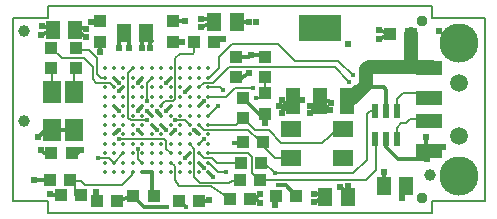
<source format=gbr>
%FSLAX25Y25*%
%MOIN*%
G04 EasyPC Gerber Version 18.0.8 Build 3632 *
%ADD72R,0.02362X0.04724*%
%ADD22R,0.03937X0.04331*%
%ADD19R,0.04134X0.04252*%
%ADD16R,0.04331X0.03937*%
%ADD20R,0.04800X0.08800*%
%ADD17R,0.05118X0.05906*%
%ADD27R,0.05906X0.07480*%
%ADD24R,0.08661X0.04724*%
%ADD21R,0.14173X0.08661*%
%ADD10C,0.00500*%
%ADD77C,0.00590*%
%ADD23R,0.04331X0.03937*%
%ADD18R,0.04252X0.04134*%
%ADD70R,0.03937X0.04331*%
%ADD76C,0.01200*%
%ADD71C,0.01378*%
%ADD75C,0.01600*%
%ADD73C,0.01772*%
%ADD74C,0.02400*%
%ADD79C,0.03740*%
%ADD29C,0.03937*%
%ADD78C,0.04724*%
%ADD26C,0.05918*%
%ADD25C,0.13055*%
%ADD28R,0.07087X0.05512*%
X0Y0D02*
D02*
D10*
X166667Y14305D02*
X38814D01*
Y18242*
X27003*
Y79462*
X38814*
Y83399*
X166667*
Y79462*
X184423*
Y18242*
X166667*
Y14305*
D02*
D16*
X43021Y20395D03*
X49714D03*
X99383Y19029D03*
X103911Y37927D03*
X106076Y19029D03*
X110604Y37927D03*
X152952Y74007D03*
X159645D03*
D02*
D17*
X40354Y75385D03*
X47834D03*
X64147Y74147D03*
X71628D03*
X94291Y77887D03*
X101771D03*
X131299Y19480D03*
X138779D03*
X150787Y23417D03*
X158267D03*
D02*
D18*
X56273Y71293D03*
Y78183D03*
X80486Y71293D03*
Y78183D03*
X101352Y59482D03*
Y66372D03*
X111194Y47474D03*
Y54364D03*
D02*
D19*
X39836Y34383D03*
X46726D03*
X54994Y18439D03*
X61883D03*
X82356D03*
X89246D03*
X114639Y20013D03*
X121529D03*
D02*
D70*
X103911Y45998D03*
Y52691D03*
D02*
D71*
X57651Y27887D03*
Y31037D03*
Y34187D03*
Y37336D03*
Y40486D03*
Y43635D03*
Y46785D03*
Y49935D03*
Y53084D03*
Y56234D03*
Y59383D03*
Y62533D03*
X60801Y27887D03*
Y31037D03*
Y34187D03*
Y37336D03*
Y40486D03*
Y43635D03*
Y46785D03*
Y49935D03*
Y53084D03*
Y56234D03*
Y59383D03*
Y62533D03*
X63950Y27887D03*
Y31037D03*
Y34187D03*
Y37336D03*
Y40486D03*
Y43635D03*
Y46785D03*
Y49935D03*
Y53084D03*
Y56234D03*
Y59383D03*
Y62533D03*
X67100Y27887D03*
Y31037D03*
Y34187D03*
Y37336D03*
Y40486D03*
Y43635D03*
Y46785D03*
Y49935D03*
Y53084D03*
Y56234D03*
Y59383D03*
Y62533D03*
X70250Y27887D03*
Y31037D03*
Y34187D03*
Y37336D03*
Y40486D03*
Y43635D03*
Y46785D03*
Y49935D03*
Y53084D03*
Y56234D03*
Y59383D03*
Y62533D03*
X73399Y27887D03*
Y31037D03*
Y34187D03*
Y37336D03*
Y40486D03*
Y43635D03*
Y46785D03*
Y49935D03*
Y53084D03*
Y56234D03*
Y59383D03*
Y62533D03*
X76549Y27887D03*
Y31037D03*
Y34187D03*
Y37336D03*
Y40486D03*
Y43635D03*
Y46785D03*
Y49935D03*
Y53084D03*
Y56234D03*
Y59383D03*
Y62533D03*
X79698Y27887D03*
Y31037D03*
Y34187D03*
Y37336D03*
Y40486D03*
Y43635D03*
Y46785D03*
Y49935D03*
Y53084D03*
Y56234D03*
Y59383D03*
Y62533D03*
X82848Y27887D03*
Y31037D03*
Y34187D03*
Y37336D03*
Y40486D03*
Y43635D03*
Y46785D03*
Y49935D03*
Y53084D03*
Y56234D03*
Y59383D03*
Y62533D03*
X85998Y27887D03*
Y31037D03*
Y34187D03*
Y37336D03*
Y40486D03*
Y43635D03*
Y46785D03*
Y49935D03*
Y53084D03*
Y56234D03*
Y59383D03*
Y62533D03*
X89147Y27887D03*
Y31037D03*
Y34187D03*
Y37336D03*
Y40486D03*
Y43635D03*
Y46785D03*
Y49935D03*
Y53084D03*
Y56234D03*
Y59383D03*
Y62533D03*
X92297Y27887D03*
Y31037D03*
Y34187D03*
Y37336D03*
Y40486D03*
Y43635D03*
Y46785D03*
Y49935D03*
Y53084D03*
Y56234D03*
Y59383D03*
Y62533D03*
D02*
D20*
X120402Y51711D03*
X129502D03*
X138602D03*
D02*
D21*
X129502Y76112D03*
D02*
D22*
X39344Y25328D03*
X46037D03*
X67297Y20013D03*
X73990D03*
X87572Y71391D03*
X94265D03*
X102730Y25328D03*
X103124Y31037D03*
X109423Y25328D03*
X109817Y31037D03*
D02*
D23*
X39935Y62730D03*
Y69423D03*
X48006Y62730D03*
Y69423D03*
X111194Y59777D03*
Y66470D03*
D02*
D24*
X165919Y35072D03*
Y44915D03*
Y52789D03*
Y62631D03*
D02*
D25*
X175761Y26805D03*
Y70899D03*
D02*
D26*
Y39946D03*
Y57757D03*
D02*
D27*
X40106Y42077D03*
Y54705D03*
X47383Y42077D03*
Y54705D03*
D02*
D28*
X119856Y32809D03*
Y42257D03*
X137179Y32809D03*
Y42257D03*
D02*
D29*
X30683Y74992D03*
X30844Y44912D03*
X166023Y26960D03*
D02*
D72*
X147809Y39108D03*
Y48163D03*
X151549Y39108D03*
Y48163D03*
X155289Y39108D03*
Y48163D03*
D02*
D73*
X62376Y38911D03*
Y42061D03*
Y48360D03*
Y57809D03*
X62572Y54856D03*
X68675Y35761D03*
Y42061D03*
Y48360D03*
Y57809D03*
X71824Y48360D03*
X74974Y42061D03*
Y48360D03*
X78124Y42061D03*
Y48360D03*
Y57809D03*
X81273Y42061D03*
X84423Y32612D03*
Y54659D03*
X87572Y42061D03*
X90722Y29462D03*
Y38911D03*
Y51509D03*
X93872Y26313D03*
X98202Y27887D03*
X100958Y37730D03*
X108045Y52494D03*
X114344Y27494D03*
D02*
D74*
X34226Y25328D03*
X35407Y39502D03*
X36574Y73574D03*
X36588Y35171D03*
X36653Y76488D03*
X39576Y20730D03*
X49777Y35368D03*
X51574Y73023D03*
Y75582D03*
X53124Y78084D03*
X54895Y21409D03*
X56273Y68045D03*
X62598Y69423D03*
X65748D03*
X70078D03*
X72834D03*
X83635Y71194D03*
X84620Y78281D03*
X89960Y76370D03*
Y79126D03*
X92381Y18506D03*
X97218Y72376D03*
X105708Y77887D03*
X105880Y60958D03*
X106470Y67061D03*
X108267Y77887D03*
X109448Y17708D03*
Y20661D03*
X111194Y44423D03*
X114541Y17061D03*
X115722Y49935D03*
X116706Y52100D03*
X116903Y47572D03*
X123596Y52100D03*
X126155Y47572D03*
Y49935D03*
X127362Y17905D03*
Y20661D03*
X132848Y48557D03*
X133045Y51116D03*
X136151Y23112D03*
X138848Y23210D03*
X138950Y70604D03*
X149212Y72433D03*
Y75189D03*
X150787Y27944D03*
X156968Y19254D03*
X164935Y39502D03*
X165131Y32317D03*
X169069Y75033D03*
X170446Y36155D03*
D02*
D75*
X55486Y32612D03*
X71824Y45210D03*
Y51509D03*
X78517Y16470D03*
X81273Y45210D03*
X84842Y16273D03*
X95446Y50131D03*
X97218Y55250D03*
X107257Y56037D03*
X115328Y23557D03*
X139147Y58006D03*
X140328Y60171D03*
D02*
D76*
X39344Y25328D02*
X34226D01*
X39836Y34383D02*
X37376D01*
X36588Y35171*
X40106Y42077D02*
X37983D01*
X35407Y39502*
X40354Y75385D02*
X36574Y73574D01*
X40354Y75385D02*
X36653Y76488D01*
X43021Y20395D02*
X39675D01*
Y20730*
X39576*
X46726Y34383D02*
X48793D01*
X49777Y35368*
X47383Y42077D02*
X40106D01*
X47834Y75385D02*
X51574Y73023D01*
X47834Y75385D02*
X46063D01*
Y76763*
X51574Y75582*
X54895Y21409D02*
Y18537D01*
X54994Y18439*
X56273Y71293D02*
Y68045D01*
Y78183D02*
X53222D01*
X53124Y78084*
X60801Y40486D02*
X62376Y42061D01*
X60801Y49935D02*
X62376Y48360D01*
X60801Y59383D02*
X62376Y57809D01*
X62598Y69423D02*
Y71588D01*
X62376*
X64147Y74147*
X63950Y56234D02*
X62572Y54856D01*
X64147Y74147D02*
X65748Y72572D01*
Y69423*
X67297Y20013D02*
X61883Y18439D01*
X70250Y27887D02*
Y28084D01*
X73596*
Y20013*
X73990*
X70250Y40486D02*
X68675Y42061D01*
X70250Y49935D02*
X68675Y48360D01*
X70250Y59383D02*
X68675Y57809D01*
X71628Y74147D02*
X72612D01*
X70078Y71614*
Y69423*
X72834D02*
Y71785D01*
X73399*
X71628Y74147*
X73399Y27887D02*
X70250D01*
X73399Y43635D02*
X74974Y42061D01*
X73399Y46785D02*
X71824Y48360D01*
X76549Y43635D02*
X78124Y42061D01*
X76549Y46785D02*
X74974Y48360D01*
X78517Y16470D02*
X70840D01*
X67297Y20013*
X79698Y40486D02*
X81273Y42061D01*
X79698Y49935D02*
X78124Y48360D01*
X79698Y59383D02*
X78124Y57809D01*
X80486Y71293D02*
X83537D01*
X83635Y71194*
X80486Y78183D02*
Y78281D01*
X84620*
X82356Y18439D02*
X84842Y16273D01*
X85998Y34187D02*
X84423Y32612D01*
X85998Y56234D02*
X84423Y54659D01*
X89147Y31037D02*
X90722Y29462D01*
X89147Y40486D02*
X87572Y42061D01*
X89147Y49935D02*
X90722Y51509D01*
X89246Y18439D02*
X92315D01*
X92381Y18506*
X92297Y27887D02*
X93872Y26313D01*
X94265Y71391D02*
X97218Y72376D01*
X94291Y77887D02*
X93478D01*
Y78872*
X89960Y79126*
X94291Y77887D02*
X89960Y76370D01*
X101352Y59482D02*
X101943D01*
Y58399*
X105880Y60958*
X101352Y66372D02*
X105781D01*
X106470Y67061*
X101771Y77887D02*
X105708D01*
X103911Y37927D02*
Y37730D01*
X100958*
X106076Y19029D02*
X108128D01*
X109448Y17708*
X106076Y19029D02*
X107817D01*
X109448Y20661*
X111194Y47474D02*
X109128D01*
X103911Y52691*
X111194Y47474D02*
Y44423D01*
Y66470D02*
Y67061D01*
X106470*
X114639Y20013D02*
X114541Y17061D01*
X116903Y47572D02*
Y48213D01*
X120402Y51711*
Y50328*
X117695*
X117302Y49935*
X115722*
X120402Y51711D02*
X123207D01*
X123596Y52100*
X120402Y51711D02*
Y50919D01*
X117887*
X116706Y52100*
X121529Y20013D02*
X118084Y23557D01*
X115328*
X126155Y49935D02*
X127725D01*
X129502Y51711*
Y50919*
X126155Y47572*
X129502Y51711D02*
X132848Y48557D01*
X129502Y51711D02*
X132450D01*
X133045Y51116*
X131299Y19480D02*
X127362Y17905D01*
X131299Y19480D02*
X130486D01*
Y20661*
X127362*
X138779Y19480D02*
Y20484D01*
X136151Y23112*
X138779Y19480D02*
X138848Y23210D01*
X150787Y23417D02*
Y27944D01*
X151549Y48163D02*
Y55250D01*
X150761Y56234*
X141165*
X138602Y53670*
Y51711*
X152952Y74007D02*
X149212Y72433D01*
X152952Y74007D02*
X149212Y75189D01*
X158267Y23417D02*
X156968Y19254D01*
X165131Y32317D02*
X155387D01*
X151549Y36155*
Y39108*
X165919Y35072D02*
X164935Y36647D01*
Y39502*
X165919Y35072D02*
X167494D01*
Y36155*
X170446*
X165919Y35072D02*
X165131Y32317D01*
D02*
D77*
X40106Y54705D02*
Y62559D01*
X39935Y62730*
X46037Y25328D02*
Y24935D01*
X49777*
X51155Y23557*
X63360*
X66706Y26903*
Y27887*
X67100*
X47383Y54705D02*
Y62108D01*
X48006Y62730*
X49714Y20395D02*
X47809D01*
Y25328*
X46037*
X57651Y59383D02*
X56470D01*
X55092Y60761*
Y66076*
X52533Y68635*
X48793*
X48006Y69423*
X60801Y31037D02*
X63950Y34187D01*
X60801Y31037D02*
X59226Y32612D01*
X55486*
X60801Y56234D02*
Y56431D01*
X59423Y57809*
X54895*
X53714Y58990*
Y63124*
X50958Y65880*
X43478*
X39935Y69423*
X67100Y62533D02*
X65525Y60958D01*
Y45998*
X66313Y45210*
X71824*
X70250Y31037D02*
X70053D01*
X68675Y32415*
Y35761*
X73399Y59383D02*
X71824Y57809D01*
Y51509*
X76549Y49935D02*
Y50328D01*
X77730Y51509*
X80486*
X81273Y52297*
Y65880*
X82848Y67454*
X86982*
X87572Y68045*
Y71391*
X79698Y31037D02*
X81273Y30053D01*
Y25328*
X82454Y23163*
X93084*
X99383Y19029*
X79698Y34187D02*
X78124Y35761D01*
Y38320*
X77533Y38911*
X62376*
X85998Y43635D02*
X84620Y45210D01*
X81273*
X89147Y37336D02*
X90722Y38911D01*
X89147Y56234D02*
X90722Y57809D01*
X93675*
X98990Y63124*
X134423*
X139147Y58006*
X92297Y31037D02*
X92691D01*
Y30643*
X95446Y27887*
X98202*
X92297Y43635D02*
X101549D01*
X103911Y45998*
X92297Y46785D02*
X95446Y49935D01*
Y50131*
X92297Y53084D02*
X98202D01*
X101155Y56037*
X107257*
X92297Y56234D02*
X96234D01*
X97218Y55250*
X92297Y59383D02*
X92494D01*
X95840Y62730*
Y66470*
X99974Y70604*
X115328*
X121037Y64895*
X135604*
X140328Y60171*
X102730Y25328D02*
X100171Y25131D01*
X99187Y24344*
X89541*
X87572Y26313*
Y35761*
X85998Y37336*
X103124Y31037D02*
X95053D01*
X93478Y32612*
X90722*
X89147Y34187*
X108045Y52494D02*
X109324D01*
X111194Y54364*
X109423Y25328D02*
X144659D01*
X148006Y28675*
Y39108*
X147809*
X109423Y25328D02*
X109029D01*
X106667Y27691*
Y33006*
X105486Y34187*
X92297*
X109817Y31037D02*
X110801D01*
X114344Y27494*
X110604Y37927D02*
Y36746D01*
X114541Y32809*
X119856*
X110604Y37927D02*
X109029D01*
Y38517*
X105486Y42061*
X90722*
X89147Y43635*
X111194Y59777D02*
Y54364D01*
X114344Y27494D02*
X140525D01*
X145053Y32021*
Y47179*
X146037Y48163*
X147809*
X137179Y42257D02*
X135407D01*
X130092Y37730*
X116509*
X112376Y42061*
X107848*
X105486Y44423*
Y45998*
X103911*
X165919Y44915D02*
Y45604D01*
X159620*
X158045Y44226*
X156470*
X155092Y42651*
Y39108*
X155289*
X165919Y52789D02*
X164935D01*
Y54265*
X157159*
X155092Y52198*
Y48163*
X155289*
D02*
D78*
X165919Y62631D02*
X166313D01*
Y62730*
X159817Y62828*
X159645Y74007*
X165919Y62631D02*
Y62927D01*
X165131Y62828*
X166706*
Y62927*
X145643*
X144659Y62235*
Y56824*
X140333Y52498*
X138602*
Y51711*
D02*
D79*
X163324Y19321D03*
Y78376D03*
X0Y0D02*
M02*

</source>
